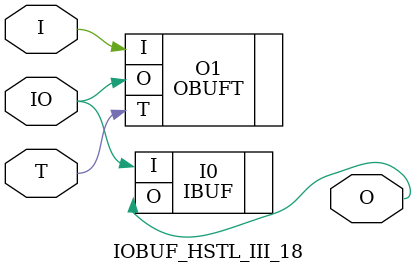
<source format=v>


`timescale  1 ps / 1 ps


module IOBUF_HSTL_III_18 (O, IO, I, T);

    output O;

    inout  IO;

    input  I, T;

        OBUFT #(.IOSTANDARD("HSTL_III_18") ) O1 (.O(IO), .I(I), .T(T)); 
	IBUF #(.IOSTANDARD("HSTL_III_18"))  I0 (.O(O), .I(IO));
        

endmodule



</source>
